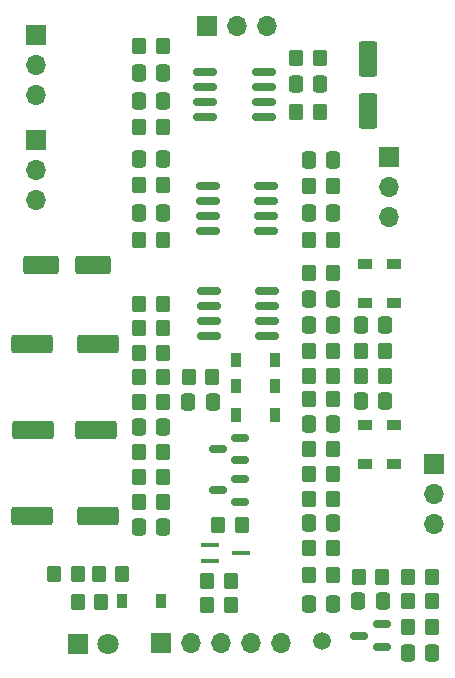
<source format=gbr>
%TF.GenerationSoftware,KiCad,Pcbnew,(6.0.2)*%
%TF.CreationDate,2022-08-13T11:44:49+02:00*%
%TF.ProjectId,HM2,484d322e-6b69-4636-9164-5f7063625858,rev?*%
%TF.SameCoordinates,Original*%
%TF.FileFunction,Soldermask,Top*%
%TF.FilePolarity,Negative*%
%FSLAX46Y46*%
G04 Gerber Fmt 4.6, Leading zero omitted, Abs format (unit mm)*
G04 Created by KiCad (PCBNEW (6.0.2)) date 2022-08-13 11:44:49*
%MOMM*%
%LPD*%
G01*
G04 APERTURE LIST*
G04 Aperture macros list*
%AMRoundRect*
0 Rectangle with rounded corners*
0 $1 Rounding radius*
0 $2 $3 $4 $5 $6 $7 $8 $9 X,Y pos of 4 corners*
0 Add a 4 corners polygon primitive as box body*
4,1,4,$2,$3,$4,$5,$6,$7,$8,$9,$2,$3,0*
0 Add four circle primitives for the rounded corners*
1,1,$1+$1,$2,$3*
1,1,$1+$1,$4,$5*
1,1,$1+$1,$6,$7*
1,1,$1+$1,$8,$9*
0 Add four rect primitives between the rounded corners*
20,1,$1+$1,$2,$3,$4,$5,0*
20,1,$1+$1,$4,$5,$6,$7,0*
20,1,$1+$1,$6,$7,$8,$9,0*
20,1,$1+$1,$8,$9,$2,$3,0*%
G04 Aperture macros list end*
%ADD10RoundRect,0.250000X0.337500X0.475000X-0.337500X0.475000X-0.337500X-0.475000X0.337500X-0.475000X0*%
%ADD11R,1.200000X0.900000*%
%ADD12RoundRect,0.250000X-0.337500X-0.475000X0.337500X-0.475000X0.337500X0.475000X-0.337500X0.475000X0*%
%ADD13RoundRect,0.250000X0.350000X0.450000X-0.350000X0.450000X-0.350000X-0.450000X0.350000X-0.450000X0*%
%ADD14R,1.500000X0.450000*%
%ADD15RoundRect,0.150000X0.587500X0.150000X-0.587500X0.150000X-0.587500X-0.150000X0.587500X-0.150000X0*%
%ADD16RoundRect,0.150000X-0.825000X-0.150000X0.825000X-0.150000X0.825000X0.150000X-0.825000X0.150000X0*%
%ADD17RoundRect,0.250000X-0.350000X-0.450000X0.350000X-0.450000X0.350000X0.450000X-0.350000X0.450000X0*%
%ADD18R,1.700000X1.700000*%
%ADD19O,1.700000X1.700000*%
%ADD20R,0.900000X1.200000*%
%ADD21RoundRect,0.250000X1.250000X0.550000X-1.250000X0.550000X-1.250000X-0.550000X1.250000X-0.550000X0*%
%ADD22RoundRect,0.250000X1.500000X0.550000X-1.500000X0.550000X-1.500000X-0.550000X1.500000X-0.550000X0*%
%ADD23C,1.500000*%
%ADD24RoundRect,0.250000X-0.550000X1.250000X-0.550000X-1.250000X0.550000X-1.250000X0.550000X1.250000X0*%
%ADD25RoundRect,0.150000X0.825000X0.150000X-0.825000X0.150000X-0.825000X-0.150000X0.825000X-0.150000X0*%
%ADD26R,1.800000X1.800000*%
%ADD27C,1.800000*%
G04 APERTURE END LIST*
D10*
%TO.C,C10*%
X142037500Y-105600000D03*
X139962500Y-105600000D03*
%TD*%
D11*
%TO.C,D8*%
X144700000Y-128050000D03*
X144700000Y-131350000D03*
%TD*%
D12*
%TO.C,C22*%
X144162500Y-143000000D03*
X146237500Y-143000000D03*
%TD*%
D13*
%TO.C,R34*%
X150400000Y-140900000D03*
X148400000Y-140900000D03*
%TD*%
D10*
%TO.C,C3*%
X127637500Y-100600000D03*
X125562500Y-100600000D03*
%TD*%
D13*
%TO.C,R17*%
X142000000Y-112400000D03*
X140000000Y-112400000D03*
%TD*%
D12*
%TO.C,C19*%
X129762500Y-126100000D03*
X131837500Y-126100000D03*
%TD*%
D14*
%TO.C,Q1*%
X131570000Y-138250000D03*
X131570000Y-139550000D03*
X134230000Y-138900000D03*
%TD*%
D15*
%TO.C,Q4*%
X146137500Y-146850000D03*
X146137500Y-144950000D03*
X144262500Y-145900000D03*
%TD*%
D16*
%TO.C,U2*%
X131225000Y-98195000D03*
X131225000Y-99465000D03*
X131225000Y-100735000D03*
X131225000Y-102005000D03*
X136175000Y-102005000D03*
X136175000Y-100735000D03*
X136175000Y-99465000D03*
X136175000Y-98195000D03*
%TD*%
D15*
%TO.C,Q2*%
X134137500Y-134550000D03*
X134137500Y-132650000D03*
X132262500Y-133600000D03*
%TD*%
D17*
%TO.C,R16*%
X125600000Y-134600000D03*
X127600000Y-134600000D03*
%TD*%
D13*
%TO.C,R21*%
X142000000Y-107800000D03*
X140000000Y-107800000D03*
%TD*%
D18*
%TO.C,RV5*%
X150600000Y-131360000D03*
D19*
X150600000Y-133900000D03*
X150600000Y-136440000D03*
%TD*%
D13*
%TO.C,R8*%
X122400000Y-143100000D03*
X120400000Y-143100000D03*
%TD*%
D17*
%TO.C,R22*%
X140000000Y-121800000D03*
X142000000Y-121800000D03*
%TD*%
%TO.C,R26*%
X140000000Y-130100000D03*
X142000000Y-130100000D03*
%TD*%
D10*
%TO.C,C21*%
X142037500Y-117400000D03*
X139962500Y-117400000D03*
%TD*%
D12*
%TO.C,C5*%
X125562500Y-105590000D03*
X127637500Y-105590000D03*
%TD*%
D17*
%TO.C,R37*%
X144200000Y-140900000D03*
X146200000Y-140900000D03*
%TD*%
D10*
%TO.C,C6*%
X127637500Y-110090000D03*
X125562500Y-110090000D03*
%TD*%
D17*
%TO.C,R18*%
X125600000Y-132500000D03*
X127600000Y-132500000D03*
%TD*%
D13*
%TO.C,R38*%
X146400000Y-121800000D03*
X144400000Y-121800000D03*
%TD*%
%TO.C,R28*%
X127600000Y-122000000D03*
X125600000Y-122000000D03*
%TD*%
D20*
%TO.C,D4*%
X133850000Y-122600000D03*
X137150000Y-122600000D03*
%TD*%
D21*
%TO.C,C13*%
X121700000Y-114500000D03*
X117300000Y-114500000D03*
%TD*%
D13*
%TO.C,R29*%
X142000000Y-123900000D03*
X140000000Y-123900000D03*
%TD*%
D12*
%TO.C,C1*%
X139962500Y-143200000D03*
X142037500Y-143200000D03*
%TD*%
%TO.C,C20*%
X148362500Y-147400000D03*
X150437500Y-147400000D03*
%TD*%
D13*
%TO.C,R33*%
X150400000Y-145200000D03*
X148400000Y-145200000D03*
%TD*%
D18*
%TO.C,RV4*%
X146800000Y-105375000D03*
D19*
X146800000Y-107915000D03*
X146800000Y-110455000D03*
%TD*%
D17*
%TO.C,R24*%
X125600000Y-124000000D03*
X127600000Y-124000000D03*
%TD*%
D13*
%TO.C,R35*%
X142000000Y-115200000D03*
X140000000Y-115200000D03*
%TD*%
D12*
%TO.C,C17*%
X139962500Y-128000000D03*
X142037500Y-128000000D03*
%TD*%
D13*
%TO.C,R19*%
X142000000Y-132200000D03*
X140000000Y-132200000D03*
%TD*%
%TO.C,R32*%
X131800000Y-124000000D03*
X129800000Y-124000000D03*
%TD*%
D22*
%TO.C,C12*%
X122100000Y-121200000D03*
X116500000Y-121200000D03*
%TD*%
D16*
%TO.C,U3*%
X131425000Y-107795000D03*
X131425000Y-109065000D03*
X131425000Y-110335000D03*
X131425000Y-111605000D03*
X136375000Y-111605000D03*
X136375000Y-110335000D03*
X136375000Y-109065000D03*
X136375000Y-107795000D03*
%TD*%
D18*
%TO.C,RV2*%
X131375000Y-94300000D03*
D19*
X133915000Y-94300000D03*
X136455000Y-94300000D03*
%TD*%
D10*
%TO.C,C9*%
X127637500Y-136700000D03*
X125562500Y-136700000D03*
%TD*%
D18*
%TO.C,J1*%
X127460000Y-146500000D03*
D19*
X130000000Y-146500000D03*
X132540000Y-146500000D03*
X135080000Y-146500000D03*
X137620000Y-146500000D03*
%TD*%
D17*
%TO.C,R11*%
X125600000Y-112390000D03*
X127600000Y-112390000D03*
%TD*%
D13*
%TO.C,R3*%
X133400000Y-141300000D03*
X131400000Y-141300000D03*
%TD*%
D17*
%TO.C,R20*%
X125600000Y-130400000D03*
X127600000Y-130400000D03*
%TD*%
%TO.C,R23*%
X125600000Y-126100000D03*
X127600000Y-126100000D03*
%TD*%
D12*
%TO.C,C15*%
X139962500Y-119600000D03*
X142037500Y-119600000D03*
%TD*%
D18*
%TO.C,RV1*%
X116900000Y-95060000D03*
D19*
X116900000Y-97600000D03*
X116900000Y-100140000D03*
%TD*%
D13*
%TO.C,R12*%
X120400000Y-140700000D03*
X118400000Y-140700000D03*
%TD*%
D12*
%TO.C,C11*%
X139962500Y-110100000D03*
X142037500Y-110100000D03*
%TD*%
D13*
%TO.C,R36*%
X150400000Y-143000000D03*
X148400000Y-143000000D03*
%TD*%
D10*
%TO.C,C14*%
X127637500Y-128200000D03*
X125562500Y-128200000D03*
%TD*%
D12*
%TO.C,C16*%
X138862500Y-99200000D03*
X140937500Y-99200000D03*
%TD*%
D20*
%TO.C,D5*%
X137150000Y-127200000D03*
X133850000Y-127200000D03*
%TD*%
D17*
%TO.C,R30*%
X140000000Y-125900000D03*
X142000000Y-125900000D03*
%TD*%
D11*
%TO.C,D6*%
X147200000Y-114450000D03*
X147200000Y-117750000D03*
%TD*%
D17*
%TO.C,R1*%
X144400000Y-123900000D03*
X146400000Y-123900000D03*
%TD*%
D12*
%TO.C,C23*%
X144362500Y-119600000D03*
X146437500Y-119600000D03*
%TD*%
D15*
%TO.C,Q3*%
X134137500Y-131050000D03*
X134137500Y-129150000D03*
X132262500Y-130100000D03*
%TD*%
D11*
%TO.C,D9*%
X147200000Y-131350000D03*
X147200000Y-128050000D03*
%TD*%
D17*
%TO.C,R13*%
X125600000Y-107790000D03*
X127600000Y-107790000D03*
%TD*%
D18*
%TO.C,RV3*%
X116900000Y-103975000D03*
D19*
X116900000Y-106515000D03*
X116900000Y-109055000D03*
%TD*%
D13*
%TO.C,R14*%
X142000000Y-134300000D03*
X140000000Y-134300000D03*
%TD*%
D23*
%TO.C,TP1*%
X141100000Y-146400000D03*
%TD*%
D17*
%TO.C,R4*%
X125600000Y-102800000D03*
X127600000Y-102800000D03*
%TD*%
D24*
%TO.C,C18*%
X145000000Y-97100000D03*
X145000000Y-101500000D03*
%TD*%
D17*
%TO.C,R9*%
X122200000Y-140700000D03*
X124200000Y-140700000D03*
%TD*%
D22*
%TO.C,C4*%
X122000000Y-128500000D03*
X116600000Y-128500000D03*
%TD*%
D25*
%TO.C,U1*%
X136475000Y-120505000D03*
X136475000Y-119235000D03*
X136475000Y-117965000D03*
X136475000Y-116695000D03*
X131525000Y-116695000D03*
X131525000Y-117965000D03*
X131525000Y-119235000D03*
X131525000Y-120505000D03*
%TD*%
D17*
%TO.C,R31*%
X138900000Y-101600000D03*
X140900000Y-101600000D03*
%TD*%
D12*
%TO.C,C24*%
X144362500Y-126000000D03*
X146437500Y-126000000D03*
%TD*%
D17*
%TO.C,R7*%
X125600000Y-96000000D03*
X127600000Y-96000000D03*
%TD*%
D26*
%TO.C,D2*%
X120425000Y-146600000D03*
D27*
X122965000Y-146600000D03*
%TD*%
D20*
%TO.C,D1*%
X124150000Y-143000000D03*
X127450000Y-143000000D03*
%TD*%
D22*
%TO.C,C7*%
X122100000Y-135800000D03*
X116500000Y-135800000D03*
%TD*%
D17*
%TO.C,R10*%
X140000000Y-138500000D03*
X142000000Y-138500000D03*
%TD*%
D20*
%TO.C,D3*%
X133850000Y-124800000D03*
X137150000Y-124800000D03*
%TD*%
D13*
%TO.C,R2*%
X133400000Y-143300000D03*
X131400000Y-143300000D03*
%TD*%
D12*
%TO.C,C8*%
X139962500Y-136400000D03*
X142037500Y-136400000D03*
%TD*%
D17*
%TO.C,R15*%
X132300000Y-136500000D03*
X134300000Y-136500000D03*
%TD*%
D13*
%TO.C,R27*%
X127600000Y-119900000D03*
X125600000Y-119900000D03*
%TD*%
D17*
%TO.C,R5*%
X125600000Y-117800000D03*
X127600000Y-117800000D03*
%TD*%
%TO.C,R25*%
X138900000Y-97000000D03*
X140900000Y-97000000D03*
%TD*%
D12*
%TO.C,C2*%
X125562500Y-98300000D03*
X127637500Y-98300000D03*
%TD*%
D11*
%TO.C,D7*%
X144700000Y-117750000D03*
X144700000Y-114450000D03*
%TD*%
D13*
%TO.C,R6*%
X142000000Y-140800000D03*
X140000000Y-140800000D03*
%TD*%
M02*

</source>
